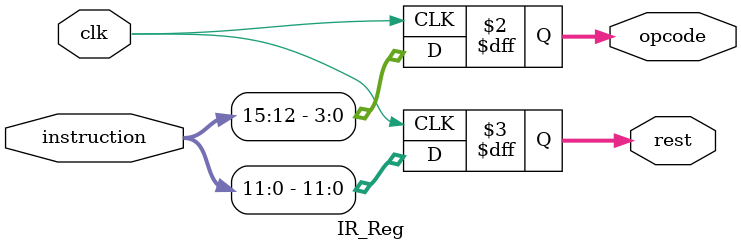
<source format=v>
module IR_Reg(
    input wire clk,                 // Clock signal
    input wire [15:0] instruction,  // 16-bit instruction input
    output reg [3:0] opcode,        // 4-bit opcode (MSBs of instruction)
    output reg [11:0] rest          // Remaining 12 bits of the instruction
);

always @(posedge clk) begin
    opcode <= instruction[15:12];  // Extract the 4 MSBs as opcode
    rest <= instruction[11:0];     // Extract the remaining 12 bits
end

endmodule
</source>
